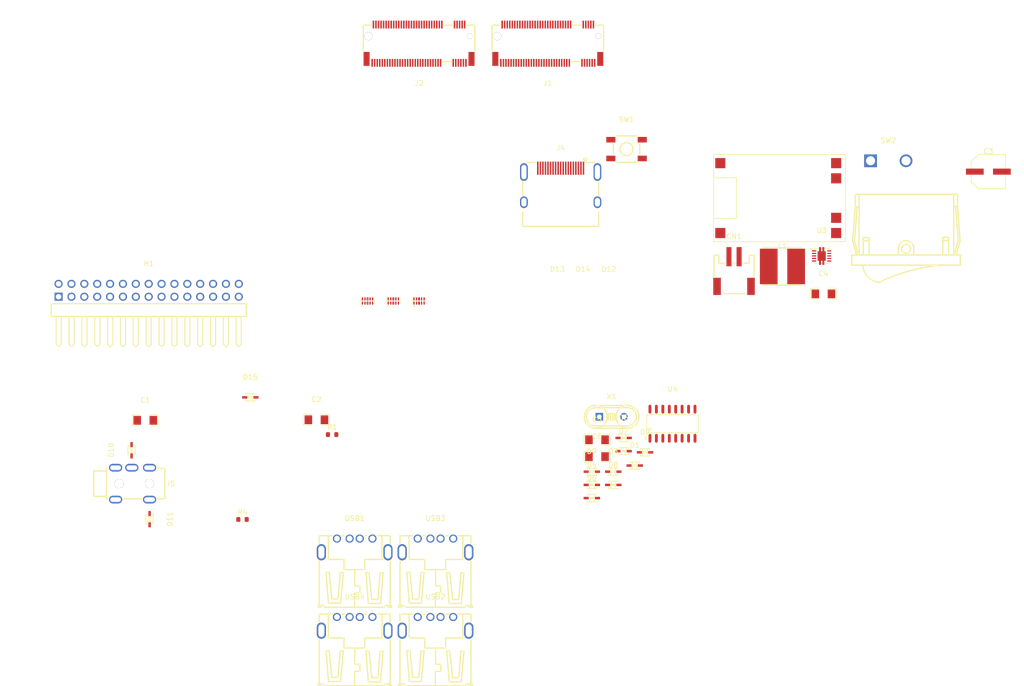
<source format=kicad_pcb>
(kicad_pcb (version 20211014) (generator pcbnew)
  (layers (0 "F.Cu" signal) (31 "B.Cu" signal) (34 "B.Paste" user) (35 "F.Paste" user) (36 "B.SilkS" user "B.Silkscreen") (37 "F.SilkS" user "F.Silkscreen") (38 "B.Mask" user) (39 "F.Mask" user) (44 "Edge.Cuts" user))
  (net 0 "")
  (net 1 "Net-(D11-Pad1)")
  (net 2 "HP_RIGHT")
  (net 3 "HP_LEFT")
  (net 4 "Net-(D10-Pad1)")
  (net 5 "+5V")
  (net 6 "GND")
  (net 7 "/Power/BAT+")
  (net 8 "Net-(U4-Pad14)")
  (net 9 "Net-(U4-Pad13)")
  (net 10 "Net-(CN1-Pad1)")
  (net 11 "Net-(CN1-Pad2)")
  (net 14 "Net-(D1-Pad1)")
  (net 15 "Net-(D2-Pad1)")
  (net 17 "Net-(D4-Pad1)")
  (net 18 "Net-(D5-Pad1)")
  (net 19 "Net-(D6-Pad1)")
  (net 20 "Net-(D7-Pad2)")
  (net 21 "Net-(D8-Pad1)")
  (net 22 "Net-(D9-Pad1)")
  (net 23 "HDMI_TX1_N")
  (net 24 "HDMI_TX1_P")
  (net 25 "HDMI_TX2_N")
  (net 26 "HDMI_TX2_P")
  (net 27 "Net-(D12-Pad5)")
  (net 28 "Net-(D12-Pad4)")
  (net 29 "Net-(D12-Pad2)")
  (net 30 "Net-(D12-Pad1)")
  (net 31 "HDMI_CLK_N")
  (net 32 "HDMI_CLK_P")
  (net 33 "HDMI_TX0_N")
  (net 34 "HDMI_TX0_P")
  (net 35 "Net-(D13-Pad5)")
  (net 36 "Net-(D13-Pad4)")
  (net 37 "Net-(D13-Pad2)")
  (net 38 "Net-(D13-Pad1)")
  (net 39 "HDMI_HPD")
  (net 40 "HDMI_SDA")
  (net 41 "HDMI_SCL")
  (net 42 "HDMI_CEC")
  (net 43 "Net-(D14-Pad5)")
  (net 44 "Net-(D14-Pad4)")
  (net 45 "Net-(D14-Pad2)")
  (net 46 "Net-(D14-Pad1)")
  (net 47 "UART1_TX")
  (net 48 "GPIO3")
  (net 49 "GPIO2")
  (net 50 "UART0_RX")
  (net 51 "GPIO1")
  (net 52 "UART0_TX")
  (net 53 "GPIO0")
  (net 54 "+3.3V")
  (net 55 "GPIO4")
  (net 56 "UART1_RX")
  (net 57 "GPIO5")
  (net 58 "I2C2_SCL")
  (net 59 "GPIO6")
  (net 60 "I2C2_SDA")
  (net 61 "GPIO7")
  (net 62 "GPIO8")
  (net 63 "SPI1_HOLD")
  (net 64 "GPIO9")
  (net 65 "SPI1_MISO")
  (net 66 "SPI1_MOSI")
  (net 67 "SPI1_CLK")
  (net 68 "SPI1_CS")
  (net 74 "GPIO10")
  (net 76 "RMII_CRS_DV")
  (net 77 "GPIO11")
  (net 78 "RMII_RXD1")
  (net 79 "GPIO12")
  (net 80 "RMII_RXD0")
  (net 81 "RMII_TXCK")
  (net 82 "GPIO13")
  (net 83 "RMII_TXD0")
  (net 84 "GPIO14")
  (net 85 "RMII_TXD1")
  (net 86 "RMII_RXER")
  (net 87 "GPIO15")
  (net 88 "RMII_TXEN")
  (net 89 "GPIO16")
  (net 90 "RMII_MDC")
  (net 91 "GPIO17")
  (net 92 "RMII_MDIO")
  (net 93 "SDIO1_D2")
  (net 95 "GPIO18")
  (net 97 "GPIO19")
  (net 101 "SPI0_SCLK")
  (net 103 "SPI0_CIPO")
  (net 105 "SPI0_COPI")
  (net 106 "RMII_RST")
  (net 109 "SPI0_PS")
  (net 116 "RST")
  (net 118 "SD_DET")
  (net 122 "SD_D1")
  (net 124 "SD_D2")
  (net 126 "SD_D0")
  (net 128 "SD_CMD")
  (net 130 "SD_CLK")
  (net 132 "SD_D3")
  (net 135 "USB1_HOST_P")
  (net 137 "USB1_HOST_N")
  (net 141 "Net-(J2-Pad48)")
  (net 142 "GNDA")
  (net 153 "Net-(L1-Pad2)")
  (net 154 "+3V3")
  (net 157 "Net-(SW2-Pad2)")
  (net 161 "Net-(U4-Pad4)")
  (net 162 "Net-(U4-Pad16)")
  (net 163 "Net-(U4-Pad15)")
  (footprint "easyeda2kicad:SOD-323_L1.8-W1.3-LS2.5-BI" (layer "F.Cu") (at 39.805 120.91 90)
    (fp_text reference "D10" (at 0 -4 90) (layer "F.SilkS"))
    (fp_text value "GBLC08C-LF-T7")
    (pad "1" smd rect locked (at -1.12 0 90) (size 0.99 0.49) (layers "F.Cu" "F.Paste" "F.Mask") (net 4 "Net-(D10-Pad1)"))
    (pad "2" smd rect locked (at 1.12 0 90) (size 0.99 0.49) (layers "F.Cu" "F.Paste" "F.Mask") (net 6 "GND"))
  )
  (footprint "easyeda2kicad:SOD-323_L1.8-W1.3-LS2.5-BI" (layer "F.Cu") (at 130.61 130.36)
    (fp_text reference "D6" (at 0 -4) (layer "F.SilkS"))
    (fp_text value "GBLC08C-LF-T7")
    (pad "1" smd rect locked (at -1.12 0) (size 0.99 0.49) (layers "F.Cu" "F.Paste" "F.Mask") (net 19 "Net-(D6-Pad1)"))
    (pad "2" smd rect locked (at 1.12 0) (size 0.99 0.49) (layers "F.Cu" "F.Paste" "F.Mask") (net 6 "GND"))
  )
  (footprint "easyeda2kicad:C1206" (layer "F.Cu") (at 42.5 115)
    (fp_text reference "C1" (at 0 -4) (layer "F.SilkS"))
    (fp_text value "CL31A106KBHNNNE")
    (pad "1" smd rect locked (at -1.59 0) (size 1.49 1.73) (layers "F.Cu" "F.Paste" "F.Mask") (net 2 "HP_RIGHT"))
    (pad "2" smd rect locked (at 1.59 0) (size 1.49 1.73) (layers "F.Cu" "F.Paste" "F.Mask") (net 1 "Net-(D11-Pad1)"))
  )
  (footprint "easyeda2kicad:SOD-323_L1.8-W1.3-LS2.5-BI" (layer "F.Cu") (at 134.84 127.75)
    (fp_text reference "D8" (at 0 -4) (layer "F.SilkS"))
    (fp_text value "GBLC08C-LF-T7")
    (pad "1" smd rect locked (at -1.12 0) (size 0.99 0.49) (layers "F.Cu" "F.Paste" "F.Mask") (net 21 "Net-(D8-Pad1)"))
    (pad "2" smd rect locked (at 1.12 0) (size 0.99 0.49) (layers "F.Cu" "F.Paste" "F.Mask") (net 6 "GND"))
  )
  (footprint "easyeda2kicad:SOD-323_L1.8-W1.3-LS2.5-BI" (layer "F.Cu") (at 43.36 134.515 -90)
    (fp_text reference "D11" (at 0 -4 90) (layer "F.SilkS"))
    (fp_text value "GBLC08C-LF-T7")
    (pad "1" smd rect locked (at -1.12 0 270) (size 0.99 0.49) (layers "F.Cu" "F.Paste" "F.Mask") (net 1 "Net-(D11-Pad1)"))
    (pad "2" smd rect locked (at 1.12 0 270) (size 0.99 0.49) (layers "F.Cu" "F.Paste" "F.Mask") (net 6 "GND"))
  )
  (footprint "easyeda2kicad:HDMI-SMD_HDMI-001S" (layer "F.Cu") (at 124.46 68.58)
    (fp_text reference "J4" (at 0 -7.36) (layer "F.SilkS"))
    (fp_text value "HDMI_A")
    (pad "1" smd rect (at 4.5 -3.36) (size 0.3 2.6) (layers "F.Cu" "F.Paste" "F.Mask") (net 30 "Net-(D12-Pad1)"))
    (pad "2" smd rect (at 4 -3.36) (size 0.3 2.6) (layers "F.Cu" "F.Paste" "F.Mask") (net 6 "GND"))
    (pad "3" smd rect (at 3.5 -3.36) (size 0.3 2.6) (layers "F.Cu" "F.Paste" "F.Mask") (net 29 "Net-(D12-Pad2)"))
    (pad "4" smd rect (at 3 -3.36) (size 0.3 2.6) (layers "F.Cu" "F.Paste" "F.Mask") (net 28 "Net-(D12-Pad4)"))
    (pad "5" smd rect (at 2.5 -3.36) (size 0.3 2.6) (layers "F.Cu" "F.Paste" "F.Mask") (net 6 "GND"))
    (pad "6" smd rect (at 2 -3.36) (size 0.3 2.6) (layers "F.Cu" "F.Paste" "F.Mask") (net 27 "Net-(D12-Pad5)"))
    (pad "7" smd rect (at 1.5 -3.36) (size 0.3 2.6) (layers "F.Cu" "F.Paste" "F.Mask") (net 38 "Net-(D13-Pad1)"))
    (pad "8" smd rect (at 1 -3.36) (size 0.3 2.6) (layers "F.Cu" "F.Paste" "F.Mask") (net 6 "GND"))
    (pad "9" smd rect (at 0.5 -3.36) (size 0.3 2.6) (layers "F.Cu" "F.Paste" "F.Mask") (net 37 "Net-(D13-Pad2)"))
    (pad "10" smd rect (at 0 -3.36) (size 0.3 2.6) (layers "F.Cu" "F.Paste" "F.Mask") (net 36 "Net-(D13-Pad4)"))
    (pad "11" smd rect (at -0.5 -3.36) (size 0.3 2.6) (layers "F.Cu" "F.Paste" "F.Mask") (net 6 "GND"))
    (pad "12" smd rect (at -1 -3.36) (size 0.3 2.6) (layers "F.Cu" "F.Paste" "F.Mask") (net 35 "Net-(D13-Pad5)"))
    (pad "13" smd rect (at -1.5 -3.36) (size 0.3 2.6) (layers "F.Cu" "F.Paste" "F.Mask") (net 46 "Net-(D14-Pad1)"))
    (pad "14" smd rect (at -2 -3.36) (size 0.3 2.6) (layers "F.Cu" "F.Paste" "F.Mask"))
    (pad "15" smd rect (at -2.5 -3.36) (size 0.3 2.6) (layers "F.Cu" "F.Paste" "F.Mask") (net 45 "Net-(D14-Pad2)"))
    (pad "16" smd rect (at -3 -3.36) (size 0.3 2.6) (layers "F.Cu" "F.Paste" "F.Mask") (net 44 "Net-(D14-Pad4)"))
    (pad "17" smd rect (at -3.5 -3.36) (size 0.3 2.6) (layers "F.Cu" "F.Paste" "F.Mask") (net 6 "GND"))
    (pad "18" smd rect (at -4 -3.36) (size 0.3 2.6) (layers "F.Cu" "F.Paste" "F.Mask") (net 5 "+5V"))
    (pad "19" smd rect (at -4.5 -3.36) (size 0.3 2.6) (layers "F.Cu" "F.Paste" "F.Mask") (net 43 "Net-(D14-Pad5)"))
    (pad "SH" thru_hole oval (at -7.25 3.36) (size 1.5 2.3) (drill oval 0.999998 1.699997) (layers *.Cu *.Paste *.Mask) (net 6 "GND"))
    (pad "SH" thru_hole oval (at -7.25 -2.6) (size 1.5 3.5) (drill oval 0.999998 2.799994) (layers *.Cu *.Paste *.Mask) (net 6 "GND"))
    (pad "SH" thru_hole oval (at 7.25 -2.6) (size 1.5 3.5) (drill oval 0.999998 2.799994) (layers *.Cu *.Paste *.Mask) (net 6 "GND"))
    (pad "SH" thru_hole oval (at 7.25 3.36) (size 1.5 2.3) (drill oval 0.999998 1.699997) (layers *.Cu *.Paste *.Mask) (net 6 "GND"))
  )
  (footprint "easyeda2kicad:SOD-323_L1.8-W1.3-LS2.5-BI" (layer "F.Cu") (at 63.235 110.465)
    (fp_text reference "D15" (at 0 -4) (layer "F.SilkS"))
    (fp_text value "GBLC08C-LF-T7")
    (pad "1" smd rect locked (at -1.12 0) (size 0.99 0.49) (layers "F.Cu" "F.Paste" "F.Mask") (net 5 "+5V"))
    (pad "2" smd rect locked (at 1.12 0) (size 0.99 0.49) (layers "F.Cu" "F.Paste" "F.Mask") (net 6 "GND"))
  )
  (footprint "easyeda2kicad:CAP-SMD_BD6.3-L6.6-W6.6-FD" (layer "F.Cu") (at 208.845 65.9)
    (fp_text reference "C3" (at 0 -4) (layer "F.SilkS"))
    (fp_text value "UWX1C101MCL1GB")
    (pad "1" smd rect locked (at -2.67 0) (size 3.5 1.2) (layers "F.Cu" "F.Paste" "F.Mask") (net 5 "+5V"))
    (pad "2" smd rect locked (at 2.67 0) (size 3.5 1.2) (layers "F.Cu" "F.Paste" "F.Mask") (net 6 "GND"))
  )
  (footprint "easyeda2kicad:USON-10_L2.5-W1.0-P0.50-BL" (layer "F.Cu") (at 86.36 91.44)
    (fp_text reference "D13" (at 37.445 -6.27) (layer "F.SilkS"))
    (fp_text value "TPD4E02B04DQAR")
    (pad "1" smd rect locked (at -1 0.41) (size 0.25 0.61) (layers "F.Cu" "F.Paste" "F.Mask") (net 38 "Net-(D13-Pad1)"))
    (pad "2" smd rect locked (at -0.5 0.41) (size 0.25 0.61) (layers "F.Cu" "F.Paste" "F.Mask") (net 37 "Net-(D13-Pad2)"))
    (pad "3" smd rect locked (at 0 0.41) (size 0.38 0.61) (layers "F.Cu" "F.Paste" "F.Mask") (net 6 "GND"))
    (pad "4" smd rect locked (at 0.5 0.41) (size 0.25 0.61) (layers "F.Cu" "F.Paste" "F.Mask") (net 36 "Net-(D13-Pad4)"))
    (pad "5" smd rect locked (at 1 0.41) (size 0.25 0.61) (layers "F.Cu" "F.Paste" "F.Mask") (net 35 "Net-(D13-Pad5)"))
    (pad "6" smd rect locked (at 1 -0.41) (size 0.25 0.61) (layers "F.Cu" "F.Paste" "F.Mask") (net 31 "HDMI_CLK_N"))
    (pad "7" smd rect locked (at 0.5 -0.41) (size 0.25 0.61) (layers "F.Cu" "F.Paste" "F.Mask") (net 32 "HDMI_CLK_P"))
    (pad "8" smd rect locked (at 0 -0.41) (size 0.38 0.61) (layers "F.Cu" "F.Paste" "F.Mask") (net 6 "GND"))
    (pad "9" smd rect locked (at -0.5 -0.41) (size 0.25 0.61) (layers "F.Cu" "F.Paste" "F.Mask") (net 33 "HDMI_TX0_N"))
    (pad "10" smd rect locked (at -1 -0.41) (size 0.25 0.61) (layers "F.Cu" "F.Paste" "F.Mask") (net 34 "HDMI_TX0_P"))
  )
  (footprint "easyeda2kicad:USB-A-TH_USB-302-T" (layer "F.Cu") (at 99.76 139.7)
    (fp_text reference "USB3" (at 0 -5.35) (layer "F.SilkS"))
    (fp_text value "U-USBAR04P-F001")
    (pad "1" thru_hole circle locked (at -3.5 -1.35) (size 1.6 1.6) (drill 1.100023) (layers *.Cu *.Paste *.Mask) (net 22 "Net-(D9-Pad1)"))
    (pad "2" thru_hole circle locked (at -1 -1.35) (size 1.6 1.6) (drill 1.100023) (layers *.Cu *.Paste *.Mask) (net 17 "Net-(D4-Pad1)"))
    (pad "3" thru_hole circle locked (at 1 -1.35) (size 1.6 1.6) (drill 1.100023) (layers *.Cu *.Paste *.Mask) (net 161 "Net-(U4-Pad4)"))
    (pad "4" thru_hole circle locked (at 3.5 -1.35) (size 1.6 1.6) (drill 1.100023) (layers *.Cu *.Paste *.Mask) (net 6 "GND"))
    (pad "5" thru_hole oval locked (at -6.57 1.35 90) (size 3.2 1.8) (drill oval 2.499868 1.199896) (layers *.Cu *.Paste *.Mask) (net 6 "GND"))
    (pad "6" thru_hole oval locked (at 6.57 1.35 270) (size 3.2 1.8) (drill oval 2.499868 1.199896) (layers *.Cu *.Paste *.Mask) (net 6 "GND"))
  )
  (footprint "easyeda2kicad:SOD-323_L1.8-W1.3-LS2.5-BI" (layer "F.Cu") (at 141.11 121.32)
    (fp_text reference "D2" (at 0 -4) (layer "F.SilkS"))
    (fp_text value "GBLC08C-LF-T7")
    (pad "1" smd rect locked (at -1.12 0) (size 0.99 0.49) (layers "F.Cu" "F.Paste" "F.Mask") (net 15 "Net-(D2-Pad1)"))
    (pad "2" smd rect locked (at 1.12 0) (size 0.99 0.49) (layers "F.Cu" "F.Paste" "F.Mask") (net 6 "GND"))
  )
  (footprint "easyeda2kicad:SOD-323_L1.8-W1.3-LS2.5-BI" (layer "F.Cu") (at 134.84 125.14)
    (fp_text reference "D3" (at 0 -4) (layer "F.SilkS"))
    (fp_text value "GBLC08C-LF-T7")
    (pad "1" smd rect locked (at -1.12 0) (size 0.99 0.49) (layers "F.Cu" "F.Paste" "F.Mask"))
    (pad "2" smd rect locked (at 1.12 0) (size 0.99 0.49) (layers "F.Cu" "F.Paste" "F.Mask") (net 6 "GND"))
  )
  (footprint "easyeda2kicad:IND-SMD_L7.8-W7.0" (layer "F.Cu") (at 168.215 84.62)
    (fp_text reference "L1" (at 0 -4) (layer "F.SilkS"))
    (fp_text value "SM7850-6R8MT")
    (pad "1" smd rect locked (at -2.7 0) (size 3.5 7) (layers "F.Cu" "F.Paste" "F.Mask") (net 7 "/Power/BAT+"))
    (pad "2" smd rect locked (at 2.7 0) (size 3.5 7) (layers "F.Cu" "F.Paste" "F.Mask") (net 153 "Net-(L1-Pad2)"))
  )
  (footprint "easyeda2kicad:SW-TH_SS11-BBIWJ-R20-R" (layer "F.Cu") (at 189.105 63.755)
    (fp_text reference "SW2" (at 0 -4) (layer "F.SilkS"))
    (fp_text value "SS11-BBIWJ-R20-R")
    (pad "1" thru_hole rect locked (at -3.5 0) (size 2.5 2.5) (drill 1.799996) (layers *.Cu *.Paste *.Mask) (net 11 "Net-(CN1-Pad2)"))
    (pad "2" thru_hole circle locked (at 3.5 0) (size 2.5 2.5) (drill 1.799996) (layers *.Cu *.Paste *.Mask) (net 157 "Net-(SW2-Pad2)"))
  )
  (footprint "easyeda2kicad:C1206" (layer "F.Cu") (at 76.27 114.895)
    (fp_text reference "C2" (at 0 -4) (layer "F.SilkS"))
    (fp_text value "CL31A106KBHNNNE")
    (pad "1" smd rect locked (at -1.59 0) (size 1.49 1.73) (layers "F.Cu" "F.Paste" "F.Mask") (net 4 "Net-(D10-Pad1)"))
    (pad "2" smd rect locked (at 1.59 0) (size 1.49 1.73) (layers "F.Cu" "F.Paste" "F.Mask") (net 3 "HP_LEFT"))
  )
  (footprint "easyeda2kicad:SOD-323_L1.8-W1.3-LS2.5-BI" (layer "F.Cu") (at 130.61 127.75)
    (fp_text reference "D4" (at 0 -4) (layer "F.SilkS"))
    (fp_text value "GBLC08C-LF-T7")
    (pad "1" smd rect locked (at -1.12 0) (size 0.99 0.49) (layers "F.Cu" "F.Paste" "F.Mask") (net 17 "Net-(D4-Pad1)"))
    (pad "2" smd rect locked (at 1.12 0) (size 0.99 0.49) (layers "F.Cu" "F.Paste" "F.Mask") (net 6 "GND"))
  )
  (footprint "easyeda2kicad:USB-A-TH_USB-302-T" (layer "F.Cu") (at 83.82 155.18)
    (fp_text reference "USB4" (at 0 -5.35) (layer "F.SilkS"))
    (fp_text value "U-USBAR04P-F001")
    (pad "1" thru_hole circle locked (at -3.5 -1.35) (size 1.6 1.6) (drill 1.100023) (layers *.Cu *.Paste *.Mask) (net 22 "Net-(D9-Pad1)"))
    (pad "2" thru_hole circle locked (at -1 -1.35) (size 1.6 1.6) (drill 1.100023) (layers *.Cu *.Paste *.Mask) (net 15 "Net-(D2-Pad1)"))
    (pad "3" thru_hole circle locked (at 1 -1.35) (size 1.6 1.6) (drill 1.100023) (layers *.Cu *.Paste *.Mask) (net 14 "Net-(D1-Pad1)"))
    (pad "4" thru_hole circle locked (at 3.5 -1.35) (size 1.6 1.6) (drill 1.100023) (layers *.Cu *.Paste *.Mask) (net 6 "GND"))
    (pad "5" thru_hole oval locked (at -6.57 1.35 90) (size 3.2 1.8) (drill oval 2.499868 1.199896) (layers *.Cu *.Paste *.Mask) (net 6 "GND"))
    (pad "6" thru_hole oval locked (at 6.57 1.35 270) (size 3.2 1.8) (drill oval 2.499868 1.199896) (layers *.Cu *.Paste *.Mask) (net 6 "GND"))
  )
  (footprint "easyeda2kicad:AUDIO-TH_PJ313D" (layer "F.Cu") (at 40 127.5)
    (fp_text reference "J5" (at 7.5 0) (layer "F.SilkS"))
    (fp_text value "AudioJack3")
    (pad "" thru_hole circle (at -2.65 0) (size 1.8 1.8) (drill 1.8) (layers *.Cu *.Mask))
    (pad "" thru_hole circle (at 3.35 0) (size 1.8 1.8) (drill 1.8) (layers *.Cu *.Mask))
    (pad "R" thru_hole oval (at -0.15 -3.15) (size 2.6 1.5) (drill oval 2.099996 0.900024) (layers *.Cu *.Paste *.Mask) (net 4 "Net-(D10-Pad1)"))
    (pad "S" thru_hole oval (at -3.35 3.15) (size 2.6 1.5) (drill oval 2.099996 0.900024) (layers *.Cu *.Paste *.Mask) (net 142 "GNDA"))
    (pad "S" thru_hole oval (at -3.35 -3.15) (size 2.6 1.5) (drill oval 2.099996 0.900024) (layers *.Cu *.Paste *.Mask) (net 142 "GNDA"))
    (pad "T" thru_hole oval (at 3.35 3.15) (size 2.6 1.5) (drill oval 2.099996 0.900024) (layers *.Cu *.Paste *.Mask) (net 1 "Net-(D11-Pad1)"))
    (pad "T" thru_hole oval (at 3.35 -3.15) (size 2.6 1.5) (drill oval 2.099996 0.900024) (layers *.Cu *.Paste *.Mask) (net 1 "Net-(D11-Pad1)"))
  )
  (footprint "easyeda2kicad:CONN-SMD_AS0BC21-S30BB-7H" (layer "F.Cu") (at 96.52 40.64 180)
    (fp_text reference "J2" (at 0 -7.78) (layer "F.SilkS"))
    (fp_text value "te_m.2_b")
    (pad "" thru_hole circle locked (at -10 1.5 180) (size 1.1 1.1) (drill 1.1) (layers *.Cu *.Mask))
    (pad "" thru_hole circle locked (at 10 1.5 180) (size 1.6 1.6) (drill 1.6) (layers *.Cu *.Mask))
    (pad "1" smd rect locked (at -9.25 -3.78 180) (size 0.3 1.55) (layers "F.Cu" "F.Paste" "F.Mask"))
    (pad "2" smd rect locked (at -9 3.78 180) (size 0.3 1.55) (layers "F.Cu" "F.Paste" "F.Mask") (net 5 "+5V"))
    (pad "3" smd rect locked (at -8.75 -3.78 180) (size 0.3 1.55) (layers "F.Cu" "F.Paste" "F.Mask"))
    (pad "4" smd rect locked (at -8.5 3.78 180) (size 0.3 1.55) (layers "F.Cu" "F.Paste" "F.Mask") (net 6 "GND"))
    (pad "5" smd rect locked (at -8.25 -3.78 180) (size 0.3 1.55) (layers "F.Cu" "F.Paste" "F.Mask"))
    (pad "6" smd rect locked (at -8 3.78 180) (size 0.3 1.55) (layers "F.Cu" "F.Paste" "F.Mask") (net 6 "GND"))
    (pad "7" smd rect locked (at -7.75 -3.78 180) (size 0.3 1.55) (layers "F.Cu" "F.Paste" "F.Mask"))
    (pad "8" smd rect locked (at -7.5 3.78 180) (size 0.3 1.55) (layers "F.Cu" "F.Paste" "F.Mask"))
    (pad "9" smd rect locked (at -7.25 -3.78 180) (size 0.3 1.55) (layers "F.Cu" "F.Paste" "F.Mask"))
    (pad "10" smd rect locked (at -7 3.78 180) (size 0.3 1.55) (layers "F.Cu" "F.Paste" "F.Mask") (net 116 "RST"))
    (pad "11" smd rect locked (at -6.75 -3.78 180) (size 0.3 1.55) (layers "F.Cu" "F.Paste" "F.Mask"))
    (pad "20" smd rect locked (at -4.5 3.78 180) (size 0.3 1.55) (layers "F.Cu" "F.Paste" "F.Mask") (net 118 "SD_DET"))
    (pad "21" smd rect locked (at -4.25 -3.78 180) (size 0.3 1.55) (layers "F.Cu" "F.Paste" "F.Mask"))
    (pad "22" smd rect locked (at -4 3.78 180) (size 0.3 1.55) (layers "F.Cu" "F.Paste" "F.Mask"))
    (pad "23" smd rect locked (at -3.75 -3.78 180) (size 0.3 1.55) (layers "F.Cu" "F.Paste" "F.Mask") (net 56 "UART1_RX"))
    (pad "24" smd rect locked (at -3.5 3.78 180) (size 0.3 1.55) (layers "F.Cu" "F.Paste" "F.Mask"))
    (pad "25" smd rect locked (at -3.25 -3.78 180) (size 0.3 1.55) (layers "F.Cu" "F.Paste" "F.Mask") (net 122 "SD_D1"))
    (pad "26" smd rect locked (at -3 3.78 180) (size 0.3 1.55) (layers "F.Cu" "F.Paste" "F.Mask"))
    (pad "27" smd rect locked (at -2.75 -3.78 180) (size 0.3 1.55) (layers "F.Cu" "F.Paste" "F.Mask") (net 124 "SD_D2"))
    (pad "28" smd rect locked (at -2.5 3.78 180) (size 0.3 1.55) (layers "F.Cu" "F.Paste" "F.Mask"))
    (pad "29" smd rect locked (at -2.25 -3.78 180) (size 0.3 1.55) (layers "F.Cu" "F.Paste" "F.Mask") (net 126 "SD_D0"))
    (pad "30" smd rect locked (at -2 3.78 180) (size 0.3 1.55) (layers "F.Cu" "F.Paste" "F.Mask"))
    (pad "31" smd rect locked (at -1.75 -3.78 180) (size 0.3 1.55) (layers "F.Cu" "F.Paste" "F.Mask") (net 128 "SD_CMD"))
    (pad "32" smd rect locked (at -1.5 3.78 180) (size 0.3 1.55) (layers "F.Cu" "F.Paste" "F.Mask"))
    (pad "33" smd rect locked (at -1.25 -3.78 180) (size 0.3 1.55) (layers "F.Cu" "F.Paste" "F.Mask") (net 130 "SD_CLK"))
    (pad "34" smd rect locked (at -1 3.78 180) (size 0.3 1.55) (layers "F.Cu" "F.Paste" "F.Mask"))
    (pad "35" smd rect locked (at -0.75 -3.78 180) (size 0.3 1.55) (layers "F.Cu" "F.Paste" "F.Mask") (net 132 "SD_D3"))
    (pad "36" smd rect locked (at -0.5 3.78 180) (size 0.3 1.55) (layers "F.Cu" "F.Paste" "F.Mask"))
    (pad "37" smd rect locked (at -0.25 -3.78 180) (size 0.3 1.55) (layers "F.Cu" "F.Paste" "F.Mask") (net 47 "UART1_TX"))
    (pad "38" smd rect locked (at 0 3.78 180) (size 0.3 1.55) (layers "F.Cu" "F.Paste" "F.Mask"))
    (pad "39" smd rect locked (at 0.25 -3.78 180) (size 0.3 1.55) (layers "F.Cu" "F.Paste" "F.Mask") (net 135 "USB1_HOST_P"))
    (pad "40" smd rect locked (at 0.5 3.78 180) (size 0.3 1.55) (layers "F.Cu" "F.Paste" "F.Mask"))
    (pad "41" smd rect locked (at 0.75 -3.78 180) (size 0.3 1.55) (layers "F.Cu" "F.Paste" "F.Mask") (net 137 "USB1_HOST_N"))
    (pad "42" smd rect locked (at 1 3.78 180) (size 0.3 1.55) (layers "F.Cu" "F.Paste" "F.Mask"))
    (pad "43" smd rect locked (at 1.25 -3.78 180) (size 0.3 1.55) (layers "F.Cu" "F.Paste" "F.Mask") (net 39 "HDMI_HPD"))
    (pad "44" smd rect locked (at 1.5 3.78 180) (size 0.3 1.55) (layers "F.Cu" "F.Paste" "F.Mask"))
    (pad "45" smd rect locked (at 1.75 -3.78 180) (size 0.3 1.55) (layers "F.Cu" "F.Paste" "F.Mask") (net 42 "HDMI_CEC"))
    (pad "46" smd rect locked (at 2 3.78 180) (size 0.3 1.55) (layers "F.Cu" "F.Paste" "F.Mask"))
    (pad "47" smd rect locked (at 2.25 -3.78 180) (size 0.3 1.55) (layers "F.Cu" "F.Paste" "F.Mask") (net 40 "HDMI_SDA"))
    (pad "48" smd rect locked (at 2.5 3.78 180) (size 0.3 1.55) (layers "F.Cu" "F.Paste" "F.Mask") (net 141 "Net-(J2-Pad48)"))
    (pad "49" smd rect locked (at 2.75 -3.78 180) (size 0.3 1.55) (layers "F.Cu" "F.Paste" "F.Mask") (net 41 "HDMI_SCL"))
    (pad "50" smd rect locked (at 3 3.78 180) (size 0.3 1.55) (layers "F.Cu" "F.Paste" "F.Mask") (net 142 "GNDA"))
    (pad "51" smd rect locked (at 3.25 -3.78 180) (size 0.3 1.55) (layers "F.Cu" "F.Paste" "F.Mask") (net 6 "GND"))
    (pad "52" smd rect locked (at 3.5 3.78 180) (size 0.3 1.55) (layers "F.Cu" "F.Paste" "F.Mask") (net 2 "HP_RIGHT"))
    (pad "53" smd rect locked (at 3.75 -3.78 180) (size 0.3 1.55) (layers "F.Cu" "F.Paste" "F.Mask") (net 25 "HDMI_TX2_N"))
    (pad "54" smd rect locked (at 4 3.78 180) (size 0.3 1.55) (layers "F.Cu" "F.Paste" "F.Mask") (net 3 "HP_LEFT"))
    (pad "55" smd rect locked (at 4.25 -3.78 180) (size 0.3 1.55) (layers "F.Cu" "F.Paste" "F.Mask") (net 26 "HDMI_TX2_P"))
    (pad "56" smd rect locked (at 4.5 3.78 180) (size 0.3 1.55) (layers "F.Cu" "F.Paste" "F.Mask") (net 142 "GNDA"))
    (pad "57" smd rect locked (at 4.75 -3.78 180) (size 0.3 1.55) (layers "F.Cu" "F.Paste" "F.Mask") (net 6 "GND"))
    (pad "58" smd rect locked (at 5 3.78 180) (size 0.3 1.55) (layers "F.Cu" "F.Paste" "F.Mask"))
    (pad "59" smd rect locked (at 5.25 -3.78 180) (size 0.3 1.55) (layers "F.Cu" "F.Paste" "F.Mask") (net 23 "HDMI_TX1_N"))
    (pad "60" smd rect locked (at 5.5 3.78 180) (size 0.3 1.55) (layers "F.Cu" "F.Paste" "F.Mask"))
    (pad "61" smd rect locked (at 5.75 -3.78 180) (size 0.3 1.55) (layers "F.Cu" "F.Paste" "F.Mask") (net 24 "HDMI_TX1_P"))
    (pad "62" smd rect locked (at 6 3.78 180) (size 0.3 1.55) (layers "F.Cu" "F.Paste" "F.Mask"))
    (pad "63" smd rect locked (at 6.25 -3.78 180) (size 0.3 1.55) (layers "F.Cu" "F.Paste" "F.Mask") (net 6 "GND"))
    (pad "64" smd rect locked (at 6.5 3.78 180) (size 0.3 1.55) (layers "F.Cu" "F.Paste" "F.Mask"))
    (pad "65" smd rect locked (at 6.75 -3.78 180) (size 0.3 1.55) (layers "F.Cu" "F.Paste" "F.Mask") (net 33 "HDMI_TX0_N"))
    (pad "66" smd rect locked (at 7 3.78 180) (size 0.3 1.55) (layers "F.Cu" "F.Paste" "F.Mask"))
    (pad "67" smd rect locked (at 7.25 -3.78 180) (size 0.3 1.55) (layers "F.Cu" "F.Paste" "F.Mask") (net 34 "HDMI_TX0_P"))
    (pad "68" smd rect locked (at 7.5 3.78 180) (size 0.3 1.55) (layers "F.Cu" "F.Paste" "F.Mask"))
    (pad "69" smd rect locked (at 7.75 -3.78 180) (size 0.3 1.55) (layers "F.Cu" "F.Paste" "F.Mask") (net 6 "GND"))
    (pad "70" smd rect locked (at 8 3.78 180) (size 0.3 1.55) (layers "F.Cu" "F.Paste" "F.Mask"))
    (pad "71" smd rect locked (at 8.25 -3.78 180) (size 0.3 1.55) (layers "F.Cu" "F.Paste" "F.Mask") (net 31 "HDMI_CLK_N"))
    (pad "72" smd rect locked (at 8.5 3.78 180) (size 0.3 1.55) (layers "F.Cu" "F.Paste" "F.Mask"))
    (pad "73" smd rect locked (at 8.75 -3.78 180) (size 0.3 1.55) (layers "F.Cu" "F.Paste" "F.Mask") (net 32 "HDMI_CLK_P"))
    (pad "74" smd rect locked (at 9 3.78 180) (size 0.3 1.55) (layers "F.Cu" "F.Paste" "F.Mask"))
    (pad "75" smd rect locked (at 9.25 -3.78 180) (size 0.3 1.55) (layers "F.Cu" "F.Paste" "F.Mask") (net 6 "GND"))
    (pad "76" smd rect locked (at 10.35 -3 180) (size 1.2 2.75) (layers "F.Cu" "F.Paste" "F.Mask") (net 6 "GND"))
    (pad "77" smd rect locked (at -10.35 -3 180) (size 1.2 2.75) (layers "F.Cu" "F.Paste" "F.Mask") (net 6 "GND"))
  )
  (footprint "easyeda2kicad:HDR-TH_30P-P2.54-H-M-R2-C15-S2.54" (layer "F.Cu") (at 43.18 89.325)
    (fp_text reference "H1" (at 0 -5.27) (layer "F.SilkS"))
    (fp_text value "X6521WR-2×15H-C30D60")
    (pad "1" thru_hole rect locked (at -17.78 1.27) (size 1.6 1.6) (drill 1.049985) (layers *.Cu *.Paste *.Mask) (net 54 "+3.3V"))
    (pad "2" thru_hole circle locked (at -17.78 -1.27) (size 1.6 1.6) (drill 1.049985) (layers *.Cu *.Paste *.Mask) (net 5 "+5V"))
    (pad "3" thru_hole circle locked (at -15.24 1.27) (size 1.6 1.6) (drill 1.049985) (layers *.Cu *.Paste *.Mask) (net 53 "GPIO0"))
    (pad "4" thru_hole circle locked (at -15.24 -1.27) (size 1.6 1.6) (drill 1.049985) (layers *.Cu *.Paste *.Mask) (net 52 "UART0_TX"))
    (pad "5" thru_hole circle locked (at -12.7 1.27) (size 1.6 1.6) (drill 1.049985) (layers *.Cu *.Paste *.Mask) (net 51 "GPIO1"))
    (pad "6" thru_hole circle locked (at -12.7 -1.27) (size 1.6 1.6) (drill 1.049985) (layers *.Cu *.Paste *.Mask) (net 50 "UART0_RX"))
    (pad "7" thru_hole circle locked (at -10.16 1.27) (size 1.6 1.6) (drill 1.049985) (layers *.Cu *.Paste *.Mask) (net 49 "GPIO2"))
    (pad "8" thru_hole circle locked (at -10.16 -1.27) (size 1.6 1.6) (drill 1.049985) (layers *.Cu *.Paste *.Mask) (net 6 "GND"))
    (pad "9" thru_hole circle locked (at -7.62 1.27) (size 1.6 1.6) (drill 1.049985) (layers *.Cu *.Paste *.Mask) (net 48 "GPIO3"))
    (pad "10" thru_hole circle locked (at -7.62 -1.27) (size 1.6 1.6) (drill 1.049985) (layers *.Cu *.Paste *.Mask) (net 47 "UART1_TX"))
    (pad "11" thru_hole circle locked (at -5.08 1.27) (size 1.6 1.6) (drill 1.049985) (layers *.Cu *.Paste *.Mask) (net 55 "GPIO4"))
    (pad "12" thru_hole circle locked (at -5.08 -1.27) (size 1.6 1.6) (drill 1.049985) (layers *.Cu *.Paste *.Mask) (net 56 "UART1_RX"))
    (pad "13" thru_hole circle locked (at -2.54 1.27) (size 1.6 1.6) (drill 1.049985) (layers *.Cu *.Paste *.Mask) (net 6 "GND"))
    (pad "14" thru_hole circle locked (at -2.54 -1.27) (size 1.6 1.6) (drill 1.049985) (layers *.Cu *.Paste *.Mask) (net 6 "GND"))
    (pad "15" thru_hole circle locked (at 0 1.27) (size 1.6 1.6) (drill 1.049985) (layers *.Cu *.Paste *.Mask) (net 57 "GPIO5"))
    (pad "16" thru_hole circle locked (at 0 -1.27) (size 1.6 1.6) (drill 1.049985) (layers *.Cu *.Paste *.Mask) (net 58 "I2C2_SCL"))
    (pad "17" thru_hole circle locked (at 2.54 1.27) (size 1.6 1.6) (drill 1.049985) (layers *.Cu *.Paste *.Mask) (net 59 "GPIO6"))
    (pad "18" thru_hole circle locked (at 2.54 -1.27) (size 1.6 1.6) (drill 1.049985) (layers *.Cu *.Paste *.Mask) (net 60 "I2C2_SDA"))
    (pad "19" thru_hole circle locked (at 5.08 1.27) (size 1.6 1.6) (drill 1.049985) (layers *.Cu *.Paste *.Mask) (net 61 "GPIO7"))
    (pad "20" thru_hole circle locked (at 5.08 -1.27) (size 1.6 1.6) (drill 1.049985) (layers *.Cu *.Paste *.Mask) (net 6 "GND"))
    (pad "21" thru_hole circle locked (at 7.62 1.27) (size 1.6 1.6) (drill 1.049985) (layers *.Cu *.Paste *.Mask) (net 62 "GPIO8"))
    (pad "22" thru_hole circle locked (at 7.62 -1.27) (size 1.6 1.6) (drill 1.049985) (layers *.Cu *.Paste *.Mask) (net 63 "SPI1_HOLD"))
    (pad "23" thru_hole circle locked (at 10.16 1.27) (size 1.6 1.6) (drill 1.049985) (layers *.Cu *.Paste *.Mask) (net 64 "GPIO9"))
    (pad "24" thru_hole circle locked (at 10.16 -1.27) (size 1.6 1.6) (drill 1.049985) (layers *.Cu *.Paste *.Mask) (net 65 "SPI1_MISO"))
    (pad "25" thru_hole circle locked (at 12.7 1.27) (size 1.6 1.6) (drill 1.049985) (layers *.Cu *.Paste *.Mask) (net 6 "GND"))
    (pad "26" thru_hole circle locked (at 12.7 -1.27) (size 1.6 1.6) (drill 1.049985) (layers *.Cu *.Paste *.Mask) (net 66 "SPI1_MOSI"))
    (pad "27" thru_hole circle locked (at 15.24 1.27) (size 1.6 1.6) (drill 1.049985) (layers *.Cu *.Paste *.Mask) (net 2 "HP_RIGHT"))
    (pad "28" thru_hole circle locked (at 15.24 -1.27) (size 1.6 1.6) (drill 1.049985) (layers *.Cu *.Paste *.Mask) (net 67 "SPI1_CLK"))
    (pad "29" thru_hole circle locked (at 17.78 1.27) (size 1.6 1.6) (drill 1.049985) (layers *.Cu *.Paste *.Mask) (net 3 "HP_LEFT"))
    (pad "30" thru_hole circle locked (at 17.78 -1.27) (size 1.6 1.6) (drill 1.049985) (layers *.Cu *.Paste *.Mask) (net 68 "SPI1_CS"))
  )
  (footprint "easyeda2kicad:C1206" (layer "F.Cu") (at 176.3 90.04)
    (fp_text reference "C4" (at 0 -4) (layer "F.SilkS"))
    (fp_text value "CL31A106KBHNNNE")
    (pad "1" smd rect locked (at -1.59 0) (size 1.49 1.73) (layers "F.Cu" "F.Paste" "F.Mask") (net 6 "GND"))
    (pad "2" smd rect locked (at 1.59 0) (size 1.49 1.73) (layers "F.Cu" "F.Paste" "F.Mask") (net 7 "/Power/BAT+"))
  )
  (footprint "easyeda2kicad:USON-10_L2.5-W1.0-P0.50-BL" (layer "F.Cu") (at 91.44 91.44)
    (fp_text reference "D14" (at 37.445 -6.27) (layer "F.SilkS"))
    (fp_text value "TPD4E02B04DQAR")
    (pad "1" smd rect locked (at -1 0.41) (size 0.25 0.61) (layers "F.Cu" "F.Paste" "F.Mask") (net 46 "Net-(D14-Pad1)"))
    (pad "2" smd rect locked (at -0.5 0.41) (size 0.25 0.61) (layers "F.Cu" "F.Paste" "F.Mask") (net 45 "Net-(D14-Pad2)"))
    (pad "3" smd rect locked (at 0 0.41) (size 0.38 0.61) (layers "F.Cu" "F.Paste" "F.Mask") (net 6 "GND"))
    (pad "4" smd rect locked (at 0.5 0.41) (size 0.25 0.61) (layers "F.Cu" "F.Paste" "F.Mask") (net 44 "Net-(D14-Pad4)"))
    (pad "5" smd rect locked (at 1 0.41) (size 0.25 0.61) (layers "F.Cu" "F.Paste" "F.Mask") (net 43 "Net-(D14-Pad5)"))
    (pad "6" smd rect locked (at 1 -0.41) (size 0.25 0.61) (layers "F.Cu" "F.Paste" "F.Mask") (net 39 "HDMI_HPD"))
    (pad "7" smd rect locked (at 0.5 -0.41) (size 0.25 0.61) (layers "F.Cu" "F.Paste" "F.Mask") (net 40 "HDMI_SDA"))
    (pad "8" smd rect locked (at 0 -0.41) (size 0.38 0.61) (layers "F.Cu" "F.Paste" "F.Mask") (net 6 "GND"))
    (pad "9" smd rect locked (at -0.5 -0.41) (size 0.25 0.61) (layers "F.Cu" "F.Paste" "F.Mask") (net 41 "HDMI_SCL"))
    (pad "10" smd rect locked (at -1 -0.41) (size 0.25 0.61) (layers "F.Cu" "F.Paste" "F.Mask") (net 42 "HDMI_CEC"))
  )
  (footprint "easyeda2kicad:SOD-323_L1.8-W1.3-LS2.5-BI" (layer "F.Cu") (at 136.88 118.48)
    (fp_text reference "D5" (at 0 -4) (layer "F.SilkS"))
    (fp_text value "GBLC08C-LF-T7")
    (pad "1" smd rect locked (at -1.12 0) (size 0.99 0.49) (layers "F.Cu" "F.Paste" "F.Mask") (net 18 "Net-(D5-Pad1)"))
    (pad "2" smd rect locked (at 1.12 0) (size 0.99 0.49) (layers "F.Cu" "F.Paste" "F.Mask") (net 6 "GND"))
  )
  (footprint "easyeda2kicad:HC-49US_L11.5-W4.5-P4.88" (layer "F.Cu") (at 134.52 114.3)
    (fp_text reference "X1" (at 0 -4) (layer "F.SilkS"))
    (fp_text value "X49SD12MSD2SC")
    (pad "1" thru_hole rect locked (at -2.44 0) (size 1.5 1.5) (drill 0.900024) (layers *.Cu *.Paste *.Mask) (net 163 "Net-(U4-Pad15)"))
    (pad "2" thru_hole circle locked (at 2.44 0) (size 1.5 1.5) (drill 0.900024) (layers *.Cu *.Paste *.Mask) (net 162 "Net-(U4-Pad16)"))
  )
  (footprint "easyeda2kicad:CONN-SMD_P2.00_S2B-PH-SM4-TB-LF-SN" (layer "F.Cu") (at 158.665 85.625)
    (fp_text reference "CN1" (at 0 -6.93) (layer "F.SilkS"))
    (fp_text value "S2B-PH-SM4-TB(LF)(SN)")
    (pad "1" smd rect locked (at -1 -2.93) (size 1 3.8) (layers "F.Cu" "F.Paste" "F.Mask") (net 10 "Net-(CN1-Pad1)"))
    (pad "2" smd rect locked (at 1 -2.93) (size 1 3.8) (layers "F.Cu" "F.Paste" "F.Mask") (net 11 "Net-(CN1-Pad2)"))
    (pad "3" smd rect locked (at 3.35 2.93) (size 1.5 3.4) (layers "F.Cu" "F.Paste" "F.Mask"))
    (pad "4" smd rect locked (at -3.35 2.93) (size 1.5 3.4) (layers "F.Cu" "F.Paste" "F.Mask"))
  )
  (footprint "easyeda2kicad:SOD-323_L1.8-W1.3-LS2.5-BI" (layer "F.Cu") (at 130.61 125.14)
    (fp_text reference "D9" (at 0 -4) (layer "F.SilkS"))
    (fp_text value "GBLC08C-LF-T7")
    (pad "1" smd rect locked (at -1.12 0) (size 0.99 0.49) (layers "F.Cu" "F.Paste" "F.Mask") (net 22 "Net-(D9-Pad1)"))
    (pad "2" smd rect locked (at 1.12 0) (size 0.99 0.49) (layers "F.Cu" "F.Paste" "F.Mask") (net 6 "GND"))
  )
  (footprint "Resistor_SMD:R_0603_1608Metric" (layer "F.Cu") (at 79.37 117.815)
    (fp_text reference "R1" (at 0 -1.43) (layer "F.SilkS"))
    (fp_text value "0")
    (pad "1" smd roundrect (at -0.825 0) (size 0.8 0.95) (layers "F.Cu" "F.Paste" "F.Mask") (net 142 "GNDA"))
    (pad "2" smd roundrect (at 0.825 0) (size 0.8 0.95) (layers "F.Cu" "F.Paste" "F.Mask") (net 6 "GND"))
  )
  (footprint "CUSTOM:TP4056_BREAKOUT" (layer "F.Cu") (at 167.64 71.12)
    (fp_text reference "U1" hide)
    (fp_text value "TP4056_BREAKOUT")
    (pad "1" smd rect (at -11.684 -6.9) (size 2 2) (layers "F.Cu" "F.Paste" "F.Mask"))
    (pad "2" smd rect (at -11.684 6.9) (size 2 2) (layers "F.Cu" "F.Paste" "F.Mask") (net 6 "GND"))
    (pad "3" smd rect (at 11.176 -6.9) (size 2 2) (layers "F.Cu" "F.Paste" "F.Mask") (net 7 "/Power/BAT+"))
    (pad "4" smd rect (at 11.176 -3.9) (size 2 2) (layers "F.Cu" "F.Paste" "F.Mask") (net 157 "Net-(SW2-Pad2)"))
    (pad "5" smd rect (at 11.176 3.9) (size 2 2) (layers "F.Cu" "F.Paste" "F.Mask") (net 10 "Net-(CN1-Pad1)"))
    (pad "6" smd rect (at 11.176 6.9) (size 2 2) (layers "F.Cu" "F.Paste" "F.Mask") (net 6 "GND"))
  )
  (footprint "easyeda2kicad:SOP-16_L10.0-W3.9-P1.27-LS6.0-BL" (layer "F.Cu") (at 146.525 115.67)
    (fp_text reference "U4" (at 0 -6.87) (layer "F.SilkS"))
    (fp_text value "SL2.1A")
    (pad "1" smd oval locked (at -4.45 2.87) (size 0.56 1.75) (layers "F.Cu" "F.Paste" "F.Mask") (net 15 "Net-(D2-Pad1)"))
    (pad "2" smd oval locked (at -3.18 2.87) (size 0.56 1.75) (layers "F.Cu" "F.Paste" "F.Mask") (net 14 "Net-(D1-Pad1)"))
    (pad "3" smd oval locked (at -1.91 2.87) (size 0.56 1.75) (layers "F.Cu" "F.Paste" "F.Mask") (net 17 "Net-(D4-Pad1)"))
    (pad "4" smd oval locked (at -0.63 2.87) (size 0.56 1.75) (layers "F.Cu" "F.Paste" "F.Mask") (net 161 "Net-(U4-Pad4)"))
    (pad "5" smd oval locked (at 0.63 2.87) (size 0.56 1.75) (layers "F.Cu" "F.Paste" "F.Mask") (net 19 "Net-(D6-Pad1)"))
    (pad "6" smd oval locked (at 1.9 2.87) (size 0.56 1.75) (layers "F.Cu" "F.Paste" "F.Mask") (net 18 "Net-(D5-Pad1)"))
    (pad "7" smd oval locked (at 3.17 2.87) (size 0.56 1.75) (layers "F.Cu" "F.Paste" "F.Mask") (net 21 "Net-(D8-Pad1)"))
    (pad "8" smd oval locked (at 4.44 2.87) (size 0.56 1.75) (layers "F.Cu" "F.Paste" "F.Mask") (net 20 "Net-(D7-Pad2)"))
    (pad "9" smd oval locked (at 4.44 -2.87) (size 0.56 1.75) (layers "F.Cu" "F.Paste" "F.Mask") (net 137 "USB1_HOST_N"))
    (pad "10" smd oval locked (at 3.17 -2.87) (size 0.56 1.75) (layers "F.Cu" "F.Paste" "F.Mask") (net 135 "USB1_HOST_P"))
    (pad "11" smd oval locked (at 1.9 -2.87) (size 0.56 1.75) (layers "F.Cu" "F.Paste" "F.Mask") (net 5 "+5V"))
    (pad "12" smd oval locked (at 0.63 -2.87) (size 0.56 1.75) (layers "F.Cu" "F.Paste" "F.Mask") (net 6 "GND"))
    (pad "13" smd oval locked (at -0.63 -2.87) (size 0.56 1.75) (layers "F.Cu" "F.Paste" "F.Mask") (net 9 "Net-(U4-Pad13)"))
    (pad "14" smd oval locked (at -1.91 -2.87) (size 0.56 1.75) (layers "F.Cu" "F.Paste" "F.Mask") (net 8 "Net-(U4-Pad14)"))
    (pad "15" smd oval locked (at -3.18 -2.87) (size 0.56 1.75) (layers "F.Cu" "F.Paste" "F.Mask") (net 163 "Net-(U4-Pad15)"))
    (pad "16" smd oval locked (at -4.45 -2.87) (size 0.56 1.75) (layers "F.Cu" "F.Paste" "F.Mask") (net 162 "Net-(U4-Pad16)"))
  )
  (footprint "easyeda2kicad:SOD-323_L1.8-W1.3-LS2.5-BI" (layer "F.Cu") (at 136.88 121.09)
    (fp_text reference "D7" (at 0 -4) (layer "F.SilkS"))
    (fp_text value "GBLC08C-LF-T7")
    (pad "1" smd rect locked (at -1.12 0) (size 0.99 0.49) (layers "F.Cu" "F.Paste" "F.Mask") (net 6 "GND"))
    (pad "2" smd rect locked (at 1.12 0) (size 0.99 0.49) (layers "F.Cu" "F.Paste" "F.Mask") (net 20 "Net-(D7-Pad2)"))
  )
  (footprint "easyeda2kicad:CONN-SMD_AS0BC21-S30BB-7H" (layer "F.Cu") (at 121.92 40.64 180)
    (fp_text reference "J1" (at 0 -7.78) (layer "F.SilkS"))
    (fp_text value "te_m.2_b")
    (pad "" thru_hole circle locked (at 10 1.5 180) (size 1.6 1.6) (drill 1.6) (layers *.Cu *.Mask))
    (pad "" thru_hole circle locked (at -10 1.5 180) (size 1.1 1.1) (drill 1.1) (layers *.Cu *.Mask))
    (pad "1" smd rect locked (at -9.25 -3.78 180) (size 0.3 1.55) (layers "F.Cu" "F.Paste" "F.Mask") (net 52 "UART0_TX"))
    (pad "2" smd rect locked (at -9 3.78 180) (size 0.3 1.55) (layers "F.Cu" "F.Paste" "F.Mask") (net 53 "GPIO0"))
    (pad "3" smd rect locked (at -8.75 -3.78 180) (size 0.3 1.55) (layers "F.Cu" "F.Paste" "F.Mask") (net 50 "UART0_RX"))
    (pad "4" smd rect locked (at -8.5 3.78 180) (size 0.3 1.55) (layers "F.Cu" "F.Paste" "F.Mask") (net 51 "GPIO1"))
    (pad "5" smd rect locked (at -8.25 -3.78 180) (size 0.3 1.55) (layers "F.Cu" "F.Paste" "F.Mask"))
    (pad "6" smd rect locked (at -8 3.78 180) (size 0.3 1.55) (layers "F.Cu" "F.Paste" "F.Mask") (net 49 "GPIO2"))
    (pad "7" smd rect locked (at -7.75 -3.78 180) (size 0.3 1.55) (layers "F.Cu" "F.Paste" "F.Mask") (net 58 "I2C2_SCL"))
    (pad "8" smd rect locked (at -7.5 3.78 180) (size 0.3 1.55) (layers "F.Cu" "F.Paste" "F.Mask") (net 48 "GPIO3"))
    (pad "9" smd rect locked (at -7.25 -3.78 180) (size 0.3 1.55) (layers "F.Cu" "F.Paste" "F.Mask") (net 60 "I2C2_SDA"))
    (pad "10" smd rect locked (at -7 3.78 180) (size 0.3 1.55) (layers "F.Cu" "F.Paste" "F.Mask") (net 55 "GPIO4"))
    (pad "11" smd rect locked (at -6.75 -3.78 180) (size 0.3 1.55) (layers "F.Cu" "F.Paste" "F.Mask"))
    (pad "20" smd rect locked (at -4.5 3.78 180) (size 0.3 1.55) (layers "F.Cu" "F.Paste" "F.Mask") (net 6 "GND"))
    (pad "21" smd rect locked (at -4.25 -3.78 180) (size 0.3 1.55) (layers "F.Cu" "F.Paste" "F.Mask") (net 63 "SPI1_HOLD"))
    (pad "22" smd rect locked (at -4 3.78 180) (size 0.3 1.55) (layers "F.Cu" "F.Paste" "F.Mask") (net 57 "GPIO5"))
    (pad "23" smd rect locked (at -3.75 -3.78 180) (size 0.3 1.55) (layers "F.Cu" "F.Paste" "F.Mask") (net 65 "SPI1_MISO"))
    (pad "24" smd rect locked (at -3.5 3.78 180) (size 0.3 1.55) (layers "F.Cu" "F.Paste" "F.Mask") (net 59 "GPIO6"))
    (pad "25" smd rect locked (at -3.25 -3.78 180) (size 0.3 1.55) (layers "F.Cu" "F.Paste" "F.Mask") (net 66 "SPI1_MOSI"))
    (pad "26" smd rect locked (at -3 3.78 180) (size 0.3 1.55) (layers "F.Cu" "F.Paste" "F.Mask") (net 6 "GND"))
    (pad "27" smd rect locked (at -2.75 -3.78 180) (size 0.3 1.55) (layers "F.Cu" "F.Paste" "F.Mask") (net 67 "SPI1_CLK"))
    (pad "28" smd rect locked (at -2.5 3.78 180) (size 0.3 1.55) (layers "F.Cu" "F.Paste" "F.Mask") (net 61 "GPIO7"))
    (pad "29" smd rect locked (at -2.25 -3.78 180) (size 0.3 1.55) (layers "F.Cu" "F.Paste" "F.Mask") (net 68 "SPI1_CS"))
    (pad "30" smd rect locked (at -2 3.78 180) (size 0.3 1.55) (layers "F.Cu" "F.Paste" "F.Mask") (net 62 "GPIO8"))
    (pad "31" smd rect locked (at -1.75 -3.78 180) (size 0.3 1.55) (layers "F.Cu" "F.Paste" "F.Mask"))
    (pad "32" smd rect locked (at -1.5 3.78 180) (size 0.3 1.55) (layers "F.Cu" "F.Paste" "F.Mask") (net 6 "GND"))
    (pad "33" smd rect locked (at -1.25 -3.78 180) (size 0.3 1.55) (layers "F.Cu" "F.Paste" "F.Mask"))
    (pad "34" smd rect locked (at -1 3.78 180) (size 0.3 1.55) (layers "F.Cu" "F.Paste" "F.Mask") (net 64 "GPIO9"))
    (pad "35" smd rect locked (at -0.75 -3.78 180) (size 0.3 1.55) (layers "F.Cu" "F.Paste" "F.Mask"))
    (pad "36" smd rect locked (at -0.5 3.78 180) (size 0.3 1.55) (layers "F.Cu" "F.Paste" "F.Mask") (net 74 "GPIO10"))
    (pad "37" smd rect locked (at -0.25 -3.78 180) (size 0.3 1.55) (layers "F.Cu" "F.Paste" "F.Mask"))
    (pad "38" smd rect locked (at 0 3.78 180) (size 0.3 1.55) (layers "F.Cu" "F.Paste" "F.Mask") (net 6 "GND"))
    (pad "39" smd rect locked (at 0.25 -3.78 180) (size 0.3 1.55) (layers "F.Cu" "F.Paste" "F.Mask") (net 76 "RMII_CRS_DV"))
    (pad "40" smd rect locked (at 0.5 3.78 180) (size 0.3 1.55) (layers "F.Cu" "F.Paste" "F.Mask") (net 77 "GPIO11"))
    (pad "41" smd rect locked (at 0.75 -3.78 180) (size 0.3 1.55) (layers "F.Cu" "F.Paste" "F.Mask") (net 78 "RMII_RXD1"))
    (pad "42" smd rect locked (at 1 3.78 180) (size 0.3 1.55) (layers "F.Cu" "F.Paste" "F.Mask") (net 79 "GPIO12"))
    (pad "43" smd rect locked (at 1.25 -3.78 180) (size 0.3 1.55) (layers "F.Cu" "F.Paste" "F.Mask") (net 80 "RMII_RXD0"))
    (pad "44" smd rect locked (at 1.5 3.78 180) (size 0.3 1.55) (layers "F.Cu" "F.Paste" "F.Mask") (net 6 "GND"))
    (pad "45" smd rect locked (at 1.75 -3.78 180) (size 0.3 1.55) (layers "F.Cu" "F.Paste" "F.Mask") (net 81 "RMII_TXCK"))
    (pad "46" smd rect locked (at 2 3.78 180) (size 0.3 1.55) (layers "F.Cu" "F.Paste" "F.Mask") (net 82 "GPIO13"))
    (pad "47" smd rect locked (at 2.25 -3.78 180) (size 0.3 1.55) (layers "F.Cu" "F.Paste" "F.Mask") (net 83 "RMII_TXD0"))
    (pad "48" smd rect locked (at 2.5 3.78 180) (size 0.3 1.55) (layers "F.Cu" "F.Paste" "F.Mask") (net 84 "GPIO14"))
    (pad "49" smd rect locked (at 2.75 -3.78 180) (size 0.3 1.55) (layers "F.Cu" "F.Paste" "F.Mask") (net 85 "RMII_TXD1"))
    (pad "50" smd rect locked (at 3 3.78 180) (size 0.3 1.55) (layers "F.Cu" "F.Paste" "F.Mask") (net 6 "GND"))
    (pad "51" smd rect locked (at 3.25 -3.78 180) (size 0.3 1.55) (layers "F.Cu" "F.Paste" "F.Mask") (net 86 "RMII_RXER"))
    (pad "52" smd rect locked (at 3.5 3.78 180) (size 0.3 1.55) (layers "F.Cu" "F.Paste" "F.Mask") (net 87 "GPIO15"))
    (pad "53" smd rect locked (at 3.75 -3.78 180) (size 0.3 1.55) (layers "F.Cu" "F.Paste" "F.Mask") (net 88 "RMII_TXEN"))
    (pad "54" smd rect locked (at 4 3.78 180) (size 0.3 1.55) (layers "F.Cu" "F.Paste" "F.Mask") (net 89 "GPIO16"))
    (pad "55" smd rect locked (at 4.25 -3.78 180) (size 0.3 1.55) (layers "F.Cu" "F.Paste" "F.Mask") (net 90 "RMII_MDC"))
    (pad "56" smd rect locked (at 4.5 3.78 180) (size 0.3 1.55) (layers "F.Cu" "F.Paste" "F.Mask") (net 91 "GPIO17"))
    (pad "57" smd rect locked (at 4.75 -3.78 180) (size 0.3 1.55) (layers "F.Cu" "F.Paste" "F.Mask") (net 92 "RMII_MDIO"))
    (pad "58" smd rect locked (at 5 3.78 180) (size 0.3 1.55) (layers "F.Cu" "F.Paste" "F.Mask") (net 93 "SDIO1_D2"))
    (pad "59" smd rect locked (at 5.25 -3.78 180) (size 0.3 1.55) (layers "F.Cu" "F.Paste" "F.Mask"))
    (pad "60" smd rect locked (at 5.5 3.78 180) (size 0.3 1.55) (layers "F.Cu" "F.Paste" "F.Mask") (net 95 "GPIO18"))
    (pad "61" smd rect locked (at 5.75 -3.78 180) (size 0.3 1.55) (layers "F.Cu" "F.Paste" "F.Mask"))
    (pad "62" smd rect locked (at 6 3.78 180) (size 0.3 1.55) (layers "F.Cu" "F.Paste" "F.Mask") (net 97 "GPIO19"))
    (pad "63" smd rect locked (at 6.25 -3.78 180) (size 0.3 1.55) (layers "F.Cu" "F.Paste" "F.Mask"))
    (pad "64" smd rect locked (at 6.5 3.78 180) (size 0.3 1.55) (layers "F.Cu" "F.Paste" "F.Mask"))
    (pad "65" smd rect locked (at 6.75 -3.78 180) (size 0.3 1.55) (layers "F.Cu" "F.Paste" "F.Mask"))
    (pad "66" smd rect locked (at 7 3.78 180) (size 0.3 1.55) (layers "F.Cu" "F.Paste" "F.Mask") (net 101 "SPI0_SCLK"))
    (pad "67" smd rect locked (at 7.25 -3.78 180) (size 0.3 1.55) (layers "F.Cu" "F.Paste" "F.Mask"))
    (pad "68" smd rect locked (at 7.5 3.78 180) (size 0.3 1.55) (layers "F.Cu" "F.Paste" "F.Mask") (net 103 "SPI0_CIPO"))
    (pad "69" smd rect locked (at 7.75 -3.78 180) (size 0.3 1.55) (layers "F.Cu" "F.Paste" "F.Mask"))
    (pad "70" smd rect locked (at 8 3.78 180) (size 0.3 1.55) (layers "F.Cu" "F.Paste" "F.Mask") (net 105 "SPI0_COPI"))
    (pad "71" smd rect locked (at 8.25 -3.78 180) (size 0.3 1.55) (layers "F.Cu" "F.Paste" "F.Mask") (net 106 "RMII_RST"))
    (pad "72" smd rect locked (at 8.5 3.78 180) (size 0.3 1.55) (layers "F.Cu" "F.Paste" "F.Mask"))
    (pad "73" smd rect locked (at 8.75 -3.78 180) (size 0.3 1.55) (layers "F.Cu" "F.Paste" "F.Mask"))
    (pad "74" smd rect locked (at 9 3.78 180) (size 0.3 1.55) (layers "F.Cu" "F.Paste" "F.Mask") (net 109 "SPI0_PS"))
    (pad "75" smd rect locked (at 9.25 -3.78 180) (size 0.3 1.55) (layers "F.Cu" "F.Paste" "F.Mask") (net 6 "GND"))
    (pad "76" smd rect locked (at 10.35 -3 180) (size 1.2 2.75) (layers "F.Cu" "F.Paste" "F.Mask") (net 6 "GND"))
    (pad "77" smd rect locked (at -10.35 -3 180) (size 1.2 2.75) (layers "F.Cu" "F.Paste" "F.Mask") (net 6 "GND"))
  )
  (footprint "easyeda2kicad:SOD-323_L1.8-W1.3-LS2.5-BI" (layer "F.Cu") (at 139.07 123.93)
    (fp_text reference "D1" (at 0 -4) (layer "F.SilkS"))
    (fp_text value "GBLC08C-LF-T7")
    (pad "1" smd rect locked (at -1.12 0) (size 0.99 0.49) (layers "F.Cu" "F.Paste" "F.Mask") (net 14 "Net-(D1-Pad1)"))
    (pad "2" smd rect locked (at 1.12 0) (size 0.99 0.49) (layers "F.Cu" "F.Paste" "F.Mask") (net 6 "GND"))
  )
  (footprint "easyeda2kicad:USB-A-TH_USB-302-T" (layer "F.Cu") (at 83.82 139.7)
    (fp_text reference "USB1" (at 0 -5.35) (layer "F.SilkS"))
    (fp_text value "U-USBAR04P-F001")
    (pad "1" thru_hole circle locked (at -3.5 -1.35) (size 1.6 1.6) (drill 1.100023) (layers *.Cu *.Paste *.Mask) (net 22 "Net-(D9-Pad1)"))
    (pad "2" thru_hole circle locked (at -1 -1.35) (size 1.6 1.6) (drill 1.100023) (layers *.Cu *.Paste *.Mask) (net 21 "Net-(D8-Pad1)"))
    (pad "3" thru_hole circle locked (at 1 -1.35) (size 1.6 1.6) (drill 1.100023) (layers *.Cu *.Paste *.Mask) (net 20 "Net-(D7-Pad2)"))
    (pad "4" thru_hole circle locked (at 3.5 -1.35) (size 1.6 1.6) (drill 1.100023) (layers *.Cu *.Paste *.Mask) (net 6 "GND"))
    (pad "5" thru_hole oval locked (at -6.57 1.35 90) (size 3.2 1.8) (drill oval 2.499868 1.199896) (layers *.Cu *.Paste *.Mask) (net 6 "GND"))
    (pad "6" thru_hole oval locked (at 6.57 1.35 270) (size 3.2 1.8) (drill oval 2.499868 1.199896) (layers *.Cu *.Paste *.Mask) (net 6 "GND"))
  )
  (footprint "easyeda2kicad:C1206" (layer "F.Cu") (at 131.63 118.84)
    (fp_text reference "C5" (at 0 -4) (layer "F.SilkS"))
    (fp_text value "CL31A106KBHNNNE")
    (pad "1" smd rect locked (at -1.59 0) (size 1.49 1.73) (layers "F.Cu" "F.Paste" "F.Mask") (net 8 "Net-(U4-Pad14)"))
    (pad "2" smd rect locked (at 1.59 0) (size 1.49 1.73) (layers "F.Cu" "F.Paste" "F.Mask") (net 6 "GND"))
  )
  (footprint "easyeda2kicad:C1206" (layer "F.Cu") (at 131.63 122.17)
    (fp_text reference "C6" (at 0 -4) (layer "F.SilkS"))
    (fp_text value "CL31A106KBHNNNE")
    (pad "1" smd rect locked (at -1.59 0) (size 1.49 1.73) (layers "F.Cu" "F.Paste" "F.Mask") (net 9 "Net-(U4-Pad13)"))
    (pad "2" smd rect locked (at 1.59 0) (size 1.49 1.73) (layers "F.Cu" "F.Paste" "F.Mask") (net 6 "GND"))
  )
  (footprint "easyeda2kicad:VSON-10_L3.0-W3.0-P0.50-TL-EP_TPS62410DRCR" (layer "F.Cu") (at 175.96 82.545)
    (fp_text reference "U3" (at 0 -5) (layer "F.SilkS"))
    (fp_text value "TPS61027DRCR")
    (pad "1" smd rect locked (at -1.5 -1 270) (size 0.24 0.85) (layers "F.Cu" "F.Paste" "F.Mask") (net 7 "/Power/BAT+"))
    (pad "2" smd rect locked (at -1.5 -0.5 270) (size 0.24 0.85) (layers "F.Cu" "F.Paste" "F.Mask") (net 5 "+5V"))
    (pad "3" smd rect locked (at -1.5 0 270) (size 0.24 0.85) (layers "F.Cu" "F.Paste" "F.Mask"))
    (pad "4" smd rect locked (at -1.5 0.5 270) (size 0.24 0.85) (layers "F.Cu" "F.Paste" "F.Mask"))
    (pad "5" smd rect locked (at -1.5 1 90) (size 0.24 0.85) (layers "F.Cu" "F.Paste" "F.Mask") (net 6 "GND"))
    (pad "6" smd rect locked (at 1.5 1 90) (size 0.23 0.8) (layers "F.Cu" "F.Paste" "F.Mask") (net 7 "/Power/BAT+"))
    (pad "7" smd rect locked (at 1.5 0.5 90) (size 0.23 0.8) (layers "F.Cu" "F.Paste" "F.Mask") (net 6 "GND"))
    (pad "8" smd rect locked (at 1.5 0 90) (size 0.23 0.8) (layers "F.Cu" "F.Paste" "F.Mask") (net 6 "GND"))
    (pad "9" smd rect locked (at 1.5 -0.5 270) (size 0.23 0.8) (layers "F.Cu" "F.Paste" "F.Mask") (net 153 "Net-(L1-Pad2)"))
    (pad "10" smd rect locked (at 1.5 -1 270) (size 0.23 0.8) (layers "F.Cu" "F.Paste" "F.Mask") (net 6 "GND"))
    (pad "11" smd custom locked (at 0 0.01) (size 1 1) (layers "F.Cu" "F.Paste" "F.Mask") (net 6 "GND") (options (clearance outline) (anchor circle)) (primitives (gr_poly (pts (xy -0.76 -0.89) (xy -0.47 -0.89) (xy -0.47 -1.71) (xy -0.18 -1.71) (xy -0.18 -0.88) (xy 0.18 -0.88) (xy 0.18 -1.71) (xy 0.47 -1.71) (xy 0.47 -0.88) (xy 0.76 -0.88) (xy 0.76 0.89) (xy 0.47 0.89) (xy 0.47 1.71) (xy 0.18 1.71) (xy 0.18 0.89) (xy -0.18 0.89) (xy -0.18 1.71) (xy -0.47 1.71) (xy -0.47 0.89) (xy -0.76 0.89) (xy -0.76 -0.89)) (width 0.1) (fill yes))))
  )
  (footprint "easyeda2kicad:USB-A-TH_USB-302-T" (layer "F.Cu") (at 99.76 155.18)
    (fp_text reference "USB2" (at 0 -5.35) (layer "F.SilkS"))
    (fp_text value "U-USBAR04P-F001")
    (pad "1" thru_hole circle locked (at -3.5 -1.35) (size 1.6 1.6) (drill 1.100023) (layers *.Cu *.Paste *.Mask) (net 22 "Net-(D9-Pad1)"))
    (pad "2" thru_hole circle locked (at -1 -1.35) (size 1.6 1.6) (drill 1.100023) (layers *.Cu *.Paste *.Mask) (net 19 "Net-(D6-Pad1)"))
    (pad "3" thru_hole circle locked (at 1 -1.35) (size 1.6 1.6) (drill 1.100023) (layers *.Cu *.Paste *.Mask) (net 18 "Net-(D5-Pad1)"))
    (pad "4" thru_hole circle locked (at 3.5 -1.35) (size 1.6 1.6) (drill 1.100023) (layers *.Cu *.Paste *.Mask) (net 6 "GND"))
    (pad "5" thru_hole oval locked (at -6.57 1.35 90) (size 3.2 1.8) (drill oval 2.499868 1.199896) (layers *.Cu *.Paste *.Mask) (net 6 "GND"))
    (pad "6" thru_hole oval locked (at 6.57 1.35 270) (size 3.2 1.8) (drill oval 2.499868 1.199896) (layers *.Cu *.Paste *.Mask) (net 6 "GND"))
  )
  (footprint "easyeda2kicad:KEY-SMD_4P-L5.2-W5.2-P3.7-LS6.4-TL" (layer "F.Cu") (at 137.46 61.45)
    (fp_text reference "SW1" (at 0 -5.85) (layer "F.SilkS"))
    (fp_text value "TS-1187A-C-D-B")
    (pad "1" smd rect locked (at -3.1 -1.85) (size 1.8 1.1) (layers "F.Cu" "F.Paste" "F.Mask") (net 6 "GND"))
    (pad "2" smd rect locked (at 3.1 -1.85) (size 1.8 1.1) (layers "F.Cu" "F.Paste" "F.Mask"))
    (pad "3" smd rect locked (at -3.1 1.85) (size 1.8 1.1) (layers "F.Cu" "F.Paste" "F.Mask") (net 116 "RST"))
    (pad "4" smd rect locked (at 3.1 1.85) (size 1.8 1.1) (layers "F.Cu" "F.Paste" "F.Mask"))
  )
  (footprint "easyeda2kicad:USON-10_L2.5-W1.0-P0.50-BL" (layer "F.Cu") (at 96.52 91.44)
    (fp_text reference "D12" (at 37.445 -6.27) (layer "F.SilkS"))
    (fp_text value "TPD4E02B04DQAR")
    (pad "1" smd rect locked (at -1 0.41) (size 0.25 0.61) (layers "F.Cu" "F.Paste" "F.Mask") (net 30 "Net-(D12-Pad1)"))
    (pad "2" smd rect locked (at -0.5 0.41) (size 0.25 0.61) (layers "F.Cu" "F.Paste" "F.Mask") (net 29 "Net-(D12-Pad2)"))
    (pad "3" smd rect locked (at 0 0.41) (size 0.38 0.61) (layers "F.Cu" "F.Paste" "F.Mask") (net 6 "GND"))
    (pad "4" smd rect locked (at 0.5 0.41) (size 0.25 0.61) (layers "F.Cu" "F.Paste" "F.Mask") (net 28 "Net-(D12-Pad4)"))
    (pad "5" smd rect locked (at 1 0.41) (size 0.25 0.61) (layers "F.Cu" "F.Paste" "F.Mask") (net 27 "Net-(D12-Pad5)"))
    (pad "6" smd rect locked (at 1 -0.41) (size 0.25 0.61) (layers "F.Cu" "F.Paste" "F.Mask") (net 23 "HDMI_TX1_N"))
    (pad "7" smd rect locked (at 0.5 -0.41) (size 0.25 0.61) (layers "F.Cu" "F.Paste" "F.Mask") (net 24 "HDMI_TX1_P"))
    (pad "8" smd rect locked (at 0 -0.41) (size 0.38 0.61) (layers "F.Cu" "F.Paste" "F.Mask") (net 6 "GND"))
    (pad "9" smd rect locked (at -0.5 -0.41) (size 0.25 0.61) (layers "F.Cu" "F.Paste" "F.Mask") (net 25 "HDMI_TX2_N"))
    (pad "10" smd rect locked (at -1 -0.41) (size 0.25 0.61) (layers "F.Cu" "F.Paste" "F.Mask") (net 26 "HDMI_TX2_P"))
  )
  (footprint "Resistor_SMD:R_0603_1608Metric" (layer "F.Cu") (at 61.69 134.57)
    (fp_text reference "R4" (at 0 -1.43) (layer "F.SilkS"))
    (fp_text value "150K")
    (pad "1" smd roundrect (at -0.825 0) (size 0.8 0.95) (layers "F.Cu" "F.Paste" "F.Mask") (net 154 "+3V3"))
    (pad "2" smd roundrect (at 0.825 0) (size 0.8 0.95) (layers "F.Cu" "F.Paste" "F.Mask") (net 141 "Net-(J2-Pad48)"))
  )
)
</source>
